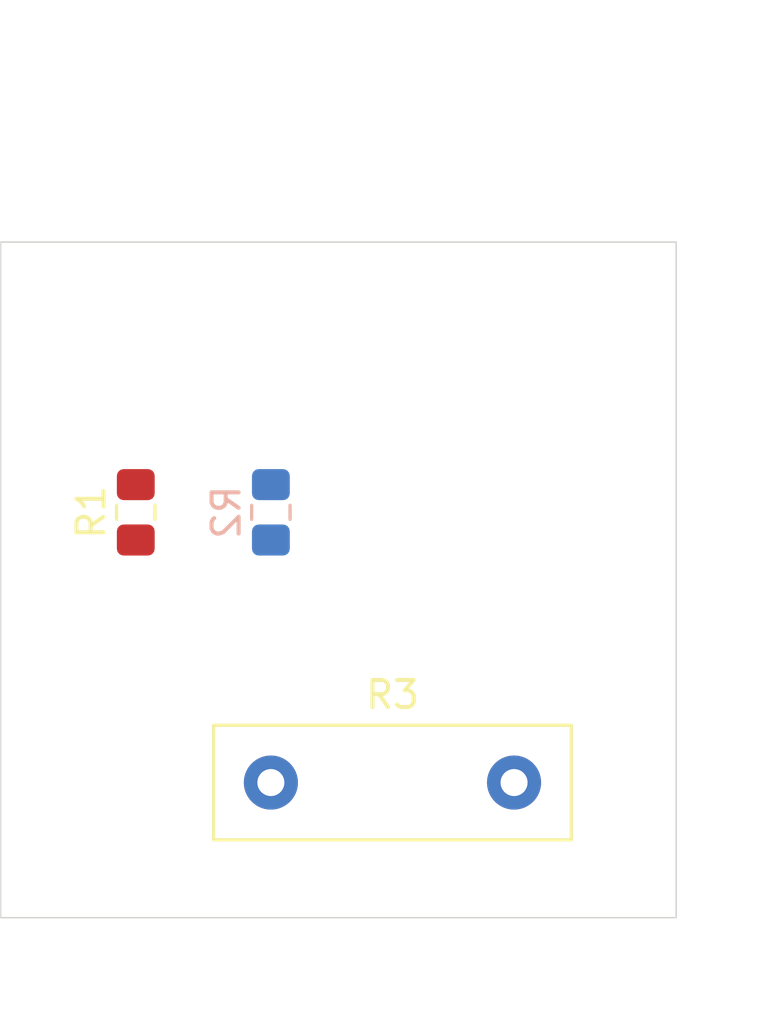
<source format=kicad_pcb>
(kicad_pcb (version 20171130) (host pcbnew 5.1.5+dfsg1-2~bpo10+1)

  (general
    (thickness 1.6)
    (drawings 4)
    (tracks 0)
    (zones 0)
    (modules 3)
    (nets 1)
  )

  (page A4)
  (layers
    (0 F.Cu signal)
    (31 B.Cu signal)
    (32 B.Adhes user)
    (33 F.Adhes user)
    (34 B.Paste user)
    (35 F.Paste user)
    (36 B.SilkS user)
    (37 F.SilkS user)
    (38 B.Mask user)
    (39 F.Mask user)
    (40 Dwgs.User user)
    (41 Cmts.User user)
    (42 Eco1.User user)
    (43 Eco2.User user)
    (44 Edge.Cuts user)
    (45 Margin user)
    (46 B.CrtYd user)
    (47 F.CrtYd user)
    (48 B.Fab user)
    (49 F.Fab user)
  )

  (setup
    (last_trace_width 0.25)
    (trace_clearance 0.2)
    (zone_clearance 0.508)
    (zone_45_only no)
    (trace_min 0.2)
    (via_size 0.8)
    (via_drill 0.4)
    (via_min_size 0.4)
    (via_min_drill 0.3)
    (uvia_size 0.3)
    (uvia_drill 0.1)
    (uvias_allowed no)
    (uvia_min_size 0.2)
    (uvia_min_drill 0.1)
    (edge_width 0.05)
    (segment_width 0.2)
    (pcb_text_width 0.3)
    (pcb_text_size 1.5 1.5)
    (mod_edge_width 0.12)
    (mod_text_size 1 1)
    (mod_text_width 0.15)
    (pad_size 1.524 1.524)
    (pad_drill 0.762)
    (pad_to_mask_clearance 0.051)
    (solder_mask_min_width 0.25)
    (aux_axis_origin 0 0)
    (visible_elements FFFFFF7F)
    (pcbplotparams
      (layerselection 0x010fc_ffffffff)
      (usegerberextensions false)
      (usegerberattributes false)
      (usegerberadvancedattributes false)
      (creategerberjobfile false)
      (excludeedgelayer true)
      (linewidth 0.100000)
      (plotframeref false)
      (viasonmask false)
      (mode 1)
      (useauxorigin false)
      (hpglpennumber 1)
      (hpglpenspeed 20)
      (hpglpendiameter 15.000000)
      (psnegative false)
      (psa4output false)
      (plotreference true)
      (plotvalue true)
      (plotinvisibletext false)
      (padsonsilk false)
      (subtractmaskfromsilk false)
      (outputformat 1)
      (mirror false)
      (drillshape 1)
      (scaleselection 1)
      (outputdirectory ""))
  )

  (net 0 "")

  (net_class Default "Esta es la clase de red por defecto."
    (clearance 0.2)
    (trace_width 0.25)
    (via_dia 0.8)
    (via_drill 0.4)
    (uvia_dia 0.3)
    (uvia_drill 0.1)
  )

  (module Resistor_THT:R_Box_L13.0mm_W4.0mm_P9.00mm (layer F.Cu) (tedit 5AE5139B) (tstamp 5EA76EC0)
    (at 110 45)
    (descr "Resistor, Box series, Radial, pin pitch=9.00mm, 2W, length*width=13.0*4.0mm^2, http://www.produktinfo.conrad.com/datenblaetter/425000-449999/443860-da-01-de-METALLBAND_WIDERSTAND_0_1_OHM_5W_5Pr.pdf")
    (tags "Resistor Box series Radial pin pitch 9.00mm 2W length 13.0mm width 4.0mm")
    (fp_text reference R3 (at 4.5 -3.25) (layer F.SilkS)
      (effects (font (size 1 1) (thickness 0.15)))
    )
    (fp_text value R_Box_L13.0mm_W4.0mm_P9.00mm (at 4.5 3.25) (layer F.Fab)
      (effects (font (size 1 1) (thickness 0.15)))
    )
    (fp_text user 300 (at 4.5 0) (layer F.Fab)
      (effects (font (size 1 1) (thickness 0.15)))
    )
    (fp_line (start 11.25 -2.25) (end -2.25 -2.25) (layer F.CrtYd) (width 0.05))
    (fp_line (start 11.25 2.25) (end 11.25 -2.25) (layer F.CrtYd) (width 0.05))
    (fp_line (start -2.25 2.25) (end 11.25 2.25) (layer F.CrtYd) (width 0.05))
    (fp_line (start -2.25 -2.25) (end -2.25 2.25) (layer F.CrtYd) (width 0.05))
    (fp_line (start 11.12 -2.12) (end 11.12 2.12) (layer F.SilkS) (width 0.12))
    (fp_line (start -2.12 -2.12) (end -2.12 2.12) (layer F.SilkS) (width 0.12))
    (fp_line (start -2.12 2.12) (end 11.12 2.12) (layer F.SilkS) (width 0.12))
    (fp_line (start -2.12 -2.12) (end 11.12 -2.12) (layer F.SilkS) (width 0.12))
    (fp_line (start 11 -2) (end -2 -2) (layer F.Fab) (width 0.1))
    (fp_line (start 11 2) (end 11 -2) (layer F.Fab) (width 0.1))
    (fp_line (start -2 2) (end 11 2) (layer F.Fab) (width 0.1))
    (fp_line (start -2 -2) (end -2 2) (layer F.Fab) (width 0.1))
    (pad 2 thru_hole circle (at 9 0) (size 2 2) (drill 1) (layers *.Cu *.Mask))
    (pad 1 thru_hole circle (at 0 0) (size 2 2) (drill 1) (layers *.Cu *.Mask))
    (model ${KISYS3DMOD}/Resistor_THT.3dshapes/R_Box_L13.0mm_W4.0mm_P9.00mm.wrl
      (at (xyz 0 0 0))
      (scale (xyz 1 1 1))
      (rotate (xyz 0 0 0))
    )
  )

  (module Resistor_SMD:R_0805_2012Metric_Pad1.15x1.40mm_HandSolder (layer B.Cu) (tedit 5B36C52B) (tstamp 5EA76DE9)
    (at 110 35 270)
    (descr "Resistor SMD 0805 (2012 Metric), square (rectangular) end terminal, IPC_7351 nominal with elongated pad for handsoldering. (Body size source: https://docs.google.com/spreadsheets/d/1BsfQQcO9C6DZCsRaXUlFlo91Tg2WpOkGARC1WS5S8t0/edit?usp=sharing), generated with kicad-footprint-generator")
    (tags "resistor handsolder")
    (attr smd)
    (fp_text reference R2 (at 0 1.65 270) (layer B.SilkS)
      (effects (font (size 1 1) (thickness 0.15)) (justify mirror))
    )
    (fp_text value R_0805_2012Metric_Pad1.15x1.40mm_HandSolder (at 0 -1.65 270) (layer B.Fab)
      (effects (font (size 1 1) (thickness 0.15)) (justify mirror))
    )
    (fp_text user 150 (at 0 0 270) (layer B.Fab)
      (effects (font (size 0.5 0.5) (thickness 0.08)) (justify mirror))
    )
    (fp_line (start 1.85 -0.95) (end -1.85 -0.95) (layer B.CrtYd) (width 0.05))
    (fp_line (start 1.85 0.95) (end 1.85 -0.95) (layer B.CrtYd) (width 0.05))
    (fp_line (start -1.85 0.95) (end 1.85 0.95) (layer B.CrtYd) (width 0.05))
    (fp_line (start -1.85 -0.95) (end -1.85 0.95) (layer B.CrtYd) (width 0.05))
    (fp_line (start -0.261252 -0.71) (end 0.261252 -0.71) (layer B.SilkS) (width 0.12))
    (fp_line (start -0.261252 0.71) (end 0.261252 0.71) (layer B.SilkS) (width 0.12))
    (fp_line (start 1 -0.6) (end -1 -0.6) (layer B.Fab) (width 0.1))
    (fp_line (start 1 0.6) (end 1 -0.6) (layer B.Fab) (width 0.1))
    (fp_line (start -1 0.6) (end 1 0.6) (layer B.Fab) (width 0.1))
    (fp_line (start -1 -0.6) (end -1 0.6) (layer B.Fab) (width 0.1))
    (pad 2 smd roundrect (at 1.025 0 270) (size 1.15 1.4) (layers B.Cu B.Paste B.Mask) (roundrect_rratio 0.217391))
    (pad 1 smd roundrect (at -1.025 0 270) (size 1.15 1.4) (layers B.Cu B.Paste B.Mask) (roundrect_rratio 0.217391))
    (model ${KISYS3DMOD}/Resistor_SMD.3dshapes/R_0805_2012Metric.wrl
      (at (xyz 0 0 0))
      (scale (xyz 1 1 1))
      (rotate (xyz 0 0 0))
    )
  )

  (module Resistor_SMD:R_0805_2012Metric_Pad1.15x1.40mm_HandSolder (layer F.Cu) (tedit 5B36C52B) (tstamp 5EA76D80)
    (at 105 35 90)
    (descr "Resistor SMD 0805 (2012 Metric), square (rectangular) end terminal, IPC_7351 nominal with elongated pad for handsoldering. (Body size source: https://docs.google.com/spreadsheets/d/1BsfQQcO9C6DZCsRaXUlFlo91Tg2WpOkGARC1WS5S8t0/edit?usp=sharing), generated with kicad-footprint-generator")
    (tags "resistor handsolder")
    (attr smd)
    (fp_text reference R1 (at 0 -1.65 90) (layer F.SilkS)
      (effects (font (size 1 1) (thickness 0.15)))
    )
    (fp_text value R_0805_2012Metric_Pad1.15x1.40mm_HandSolder (at 0 1.65 90) (layer F.Fab)
      (effects (font (size 1 1) (thickness 0.15)))
    )
    (fp_text user 100 (at 0 0 90) (layer F.Fab)
      (effects (font (size 0.5 0.5) (thickness 0.08)))
    )
    (fp_line (start 1.85 0.95) (end -1.85 0.95) (layer F.CrtYd) (width 0.05))
    (fp_line (start 1.85 -0.95) (end 1.85 0.95) (layer F.CrtYd) (width 0.05))
    (fp_line (start -1.85 -0.95) (end 1.85 -0.95) (layer F.CrtYd) (width 0.05))
    (fp_line (start -1.85 0.95) (end -1.85 -0.95) (layer F.CrtYd) (width 0.05))
    (fp_line (start -0.261252 0.71) (end 0.261252 0.71) (layer F.SilkS) (width 0.12))
    (fp_line (start -0.261252 -0.71) (end 0.261252 -0.71) (layer F.SilkS) (width 0.12))
    (fp_line (start 1 0.6) (end -1 0.6) (layer F.Fab) (width 0.1))
    (fp_line (start 1 -0.6) (end 1 0.6) (layer F.Fab) (width 0.1))
    (fp_line (start -1 -0.6) (end 1 -0.6) (layer F.Fab) (width 0.1))
    (fp_line (start -1 0.6) (end -1 -0.6) (layer F.Fab) (width 0.1))
    (pad 2 smd roundrect (at 1.025 0 90) (size 1.15 1.4) (layers F.Cu F.Paste F.Mask) (roundrect_rratio 0.217391))
    (pad 1 smd roundrect (at -1.025 0 90) (size 1.15 1.4) (layers F.Cu F.Paste F.Mask) (roundrect_rratio 0.217391))
    (model ${KISYS3DMOD}/Resistor_SMD.3dshapes/R_0805_2012Metric.wrl
      (at (xyz 0 0 0))
      (scale (xyz 1 1 1))
      (rotate (xyz 0 0 0))
    )
  )

  (gr_line (start 100 25) (end 100 50) (layer Edge.Cuts) (width 0.05) (tstamp 5EA7192F))
  (gr_line (start 100 50) (end 125 50) (layer Edge.Cuts) (width 0.05))
  (gr_line (start 125 25) (end 125 50) (layer Edge.Cuts) (width 0.05) (tstamp 5EA76EFC))
  (gr_line (start 100 25) (end 125 25) (layer Edge.Cuts) (width 0.05) (tstamp 5EA76F1D))

)

</source>
